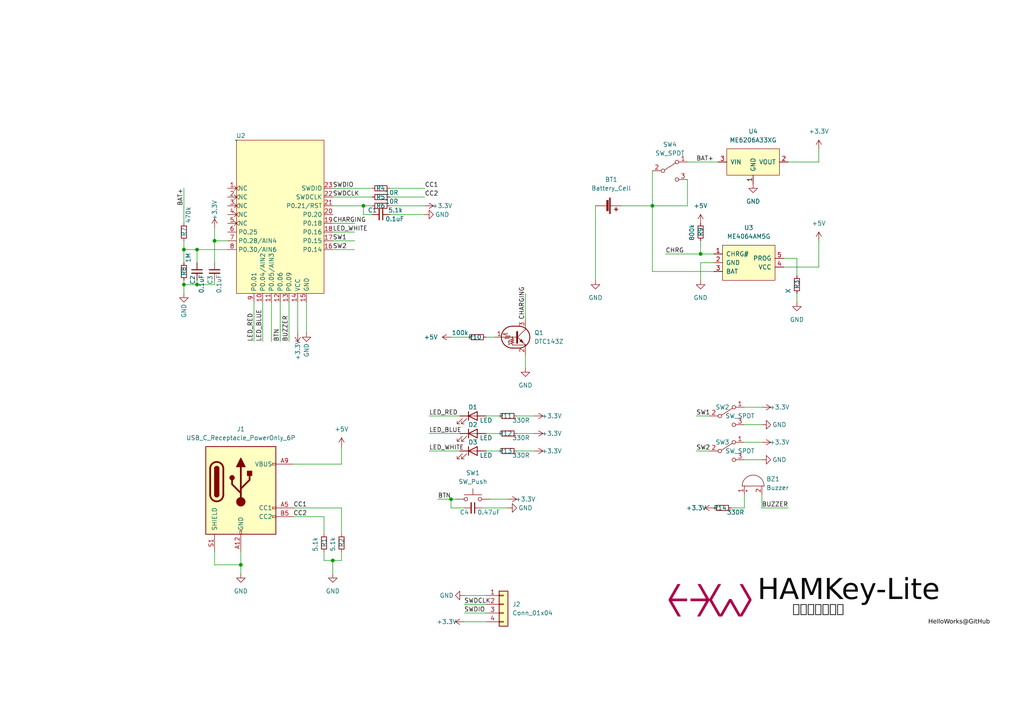
<source format=kicad_sch>
(kicad_sch (version 20230121) (generator eeschema)
  (paper "A4")
  (lib_symbols
    (symbol "Connector:USB_C_Receptacle_PowerOnly_6P" (pin_names (offset 1.016))
      (property "Reference" "J" (at 0 16.51 0))
      (property "Value" "USB_C_Receptacle_PowerOnly_6P" (at 0 13.97 0))
      (symbol "USB_C_Receptacle_PowerOnly_6P_0_0"
        (rectangle (start -0.254 -12.7) (end 0.254 -11.684))
        (rectangle (start 10.16 -7.366) (end 9.144 -7.874))
        (rectangle (start 10.16 -4.826) (end 9.144 -5.334))
        (rectangle (start 10.16 7.874) (end 9.144 7.366))
      )
      (symbol "USB_C_Receptacle_PowerOnly_6P_0_1"
        (rectangle (start -10.16 12.7) (end 10.16 -12.7) (stroke (width 0.254)) (fill (type background)))
        (arc (start -8.89 -1.27) (mid -6.985 -3.1667) (end -5.08 -1.27) (stroke (width 0.508)))
        (arc (start -7.62 -1.27) (mid -6.985 -1.9023) (end -6.35 -1.27) (stroke (width 0.254)))
        (arc (start -7.62 -1.27) (mid -6.985 -1.9023) (end -6.35 -1.27) (stroke (width 0.254)) (fill (type outline)))
        (rectangle (start -7.62 -1.27) (end -6.35 6.35) (stroke (width 0.254)) (fill (type outline)))
        (arc (start -6.35 6.35) (mid -6.985 6.9823) (end -7.62 6.35) (stroke (width 0.254)))
        (arc (start -6.35 6.35) (mid -6.985 6.9823) (end -7.62 6.35) (stroke (width 0.254)) (fill (type outline)))
        (arc (start -5.08 6.35) (mid -6.985 8.2467) (end -8.89 6.35) (stroke (width 0.508)))
        (circle (center -2.54 3.683) (radius 0.635) (stroke (width 0.254)) (fill (type outline)))
        (circle (center 0 -3.302) (radius 1.27) (fill (type outline)))
        (polyline (pts (xy -8.89 -1.27) (xy -8.89 6.35)) (stroke (width 0.508)))
        (polyline (pts (xy -5.08 6.35) (xy -5.08 -1.27)) (stroke (width 0.508)))
        (polyline (pts (xy 0 -3.302) (xy 0 6.858)) (stroke (width 0.508)))
        (polyline (pts (xy 0 -0.762) (xy -2.54 1.778) (xy -2.54 3.048)) (stroke (width 0.508)))
        (polyline (pts (xy 0 0.508) (xy 2.54 3.048) (xy 2.54 4.318)) (stroke (width 0.508)))
        (polyline (pts (xy -1.27 6.858) (xy 0 9.398) (xy 1.27 6.858) (xy -1.27 6.858)) (stroke (width 0.254)) (fill (type outline)))
        (rectangle (start 1.905 4.318) (end 3.175 5.588) (stroke (width 0.254)) (fill (type outline)))
      )
      (symbol "USB_C_Receptacle_PowerOnly_6P_1_1"
        (pin passive line (at 0 -17.78 90) (length 5.08) (name "GND") (number "A12"))
        (pin bidirectional line (at 15.24 -5.08 180) (length 5.08) (name "CC1") (number "A5"))
        (pin passive line (at 15.24 7.62 180) (length 5.08) (name "VBUS") (number "A9"))
        (pin passive line (at 0 -17.78 90) (length 5.08) hide (name "GND") (number "B12"))
        (pin bidirectional line (at 15.24 -7.62 180) (length 5.08) (name "CC2") (number "B5"))
        (pin passive line (at 15.24 7.62 180) (length 5.08) hide (name "VBUS") (number "B9"))
        (pin passive line (at -7.62 -17.78 90) (length 5.08) (name "SHIELD") (number "S1"))
      )
    )
    (symbol "Connector_Generic:Conn_01x04" (pin_names (offset 1.016) hide)
      (property "Reference" "J" (at 0 5.08 0))
      (property "Value" "Conn_01x04" (at 0 -7.62 0))
      (symbol "Conn_01x04_1_1"
        (rectangle (start -1.27 -4.953) (end 0 -5.207) (stroke (width 0.1524)))
        (rectangle (start -1.27 -2.413) (end 0 -2.667) (stroke (width 0.1524)))
        (rectangle (start -1.27 0.127) (end 0 -0.127) (stroke (width 0.1524)))
        (rectangle (start -1.27 2.667) (end 0 2.413) (stroke (width 0.1524)))
        (rectangle (start -1.27 3.81) (end 1.27 -6.35) (stroke (width 0.254)) (fill (type background)))
        (pin passive line (at -5.08 2.54 0) (length 3.81) (name "Pin_1") (number "1"))
        (pin passive line (at -5.08 0 0) (length 3.81) (name "Pin_2") (number "2"))
        (pin passive line (at -5.08 -2.54 0) (length 3.81) (name "Pin_3") (number "3"))
        (pin passive line (at -5.08 -5.08 0) (length 3.81) (name "Pin_4") (number "4"))
      )
    )
    (symbol "Device:Battery_Cell" (pin_numbers hide) (pin_names (offset 0) hide)
      (property "Reference" "BT" (at 2.54 2.54 0))
      (property "Value" "Battery_Cell" (at 2.54 0 0))
      (symbol "Battery_Cell_0_1"
        (rectangle (start -2.286 1.778) (end 2.286 1.524) (fill (type outline)))
        (rectangle (start -1.5748 1.1938) (end 1.4732 0.6858) (fill (type outline)))
        (polyline (pts (xy 0 0.762) (xy 0 0)))
        (polyline (pts (xy 0 1.778) (xy 0 2.54)))
        (polyline (pts (xy 0.508 3.429) (xy 1.524 3.429)) (stroke (width 0.254)))
        (polyline (pts (xy 1.016 3.937) (xy 1.016 2.921)) (stroke (width 0.254)))
      )
      (symbol "Battery_Cell_1_1"
        (pin passive line (at 0 5.08 270) (length 2.54) (name "+") (number "1"))
        (pin passive line (at 0 -2.54 90) (length 2.54) (name "-") (number "2"))
      )
    )
    (symbol "Device:Buzzer" (pin_names (offset 0.0254) hide)
      (property "Reference" "BZ" (at 3.81 1.27 0))
      (property "Value" "Buzzer" (at 3.81 -1.27 0))
      (symbol "Buzzer_0_1"
        (arc (start 0 -3.175) (mid 3.1612 0) (end 0 3.175))
        (polyline (pts (xy -1.651 1.905) (xy -1.143 1.905)))
        (polyline (pts (xy -1.397 2.159) (xy -1.397 1.651)))
        (polyline (pts (xy 0 3.175) (xy 0 -3.175)))
      )
      (symbol "Buzzer_1_1"
        (pin passive line (at -2.54 2.54 0) (length 2.54) (name "-") (number "1"))
        (pin passive line (at -2.54 -2.54 0) (length 2.54) (name "+") (number "2"))
      )
    )
    (symbol "Device:C_Small" (pin_numbers hide) (pin_names (offset 0.254) hide)
      (property "Reference" "C" (at 0.254 1.778 0))
      (property "Value" "C_Small" (at 0.254 -2.032 0))
      (symbol "C_Small_0_1"
        (polyline (pts (xy -1.524 -0.508) (xy 1.524 -0.508)) (stroke (width 0.3302)))
        (polyline (pts (xy -1.524 0.508) (xy 1.524 0.508)) (stroke (width 0.3048)))
      )
      (symbol "C_Small_1_1"
        (pin passive line (at 0 2.54 270) (length 2.032) (name "~") (number "1"))
        (pin passive line (at 0 -2.54 90) (length 2.032) (name "~") (number "2"))
      )
    )
    (symbol "Device:LED" (pin_numbers hide) (pin_names (offset 1.016) hide)
      (property "Reference" "D" (at 0 2.54 0))
      (property "Value" "LED" (at 0 -2.54 0))
      (symbol "LED_0_1"
        (polyline (pts (xy -1.27 -1.27) (xy -1.27 1.27)) (stroke (width 0.254)))
        (polyline (pts (xy -1.27 0) (xy 1.27 0)))
        (polyline (pts (xy 1.27 -1.27) (xy 1.27 1.27) (xy -1.27 0) (xy 1.27 -1.27)) (stroke (width 0.254)))
        (polyline (pts (xy -3.048 -0.762) (xy -4.572 -2.286) (xy -3.81 -2.286) (xy -4.572 -2.286) (xy -4.572 -1.524)))
        (polyline (pts (xy -1.778 -0.762) (xy -3.302 -2.286) (xy -2.54 -2.286) (xy -3.302 -2.286) (xy -3.302 -1.524)))
      )
      (symbol "LED_1_1"
        (pin passive line (at -3.81 0 0) (length 2.54) (name "K") (number "1"))
        (pin passive line (at 3.81 0 180) (length 2.54) (name "A") (number "2"))
      )
    )
    (symbol "Device:R_Small" (pin_numbers hide) (pin_names (offset 0.254) hide)
      (property "Reference" "R" (at 0.762 0.508 0))
      (property "Value" "R_Small" (at 0.762 -1.016 0))
      (symbol "R_Small_0_1"
        (rectangle (start -0.762 1.778) (end 0.762 -1.778) (stroke (width 0.2032)))
      )
      (symbol "R_Small_1_1"
        (pin passive line (at 0 2.54 270) (length 0.762) (name "~") (number "1"))
        (pin passive line (at 0 -2.54 90) (length 0.762) (name "~") (number "2"))
      )
    )
    (symbol "Switch:SW_Push" (pin_numbers hide) (pin_names (offset 1.016) hide)
      (property "Reference" "SW" (at 1.27 2.54 0))
      (property "Value" "SW_Push" (at 0 -1.524 0))
      (symbol "SW_Push_0_1"
        (circle (center -2.032 0) (radius 0.508))
        (polyline (pts (xy 0 1.27) (xy 0 3.048)))
        (polyline (pts (xy 2.54 1.27) (xy -2.54 1.27)))
        (circle (center 2.032 0) (radius 0.508))
        (pin passive line (at -5.08 0 0) (length 2.54) (name "1") (number "1"))
        (pin passive line (at 5.08 0 180) (length 2.54) (name "2") (number "2"))
      )
    )
    (symbol "Switch:SW_SPDT" (pin_names (offset 0) hide)
      (property "Reference" "SW" (at 0 4.318 0))
      (property "Value" "SW_SPDT" (at 0 -5.08 0))
      (symbol "SW_SPDT_0_0"
        (circle (center -2.032 0) (radius 0.508))
        (circle (center 2.032 -2.54) (radius 0.508))
      )
      (symbol "SW_SPDT_0_1"
        (polyline (pts (xy -1.524 0.254) (xy 1.651 2.286)))
        (circle (center 2.032 2.54) (radius 0.508))
      )
      (symbol "SW_SPDT_1_1"
        (pin passive line (at 5.08 2.54 180) (length 2.54) (name "A") (number "1"))
        (pin passive line (at -5.08 0 0) (length 2.54) (name "B") (number "2"))
        (pin passive line (at 5.08 -2.54 180) (length 2.54) (name "C") (number "3"))
      )
    )
    (symbol "Transistor_BJT:DTC143Z" (pin_names (offset 0) hide)
      (property "Reference" "Q" (at 5.08 1.905 0))
      (property "Value" "DTC143Z" (at 5.08 0 0))
      (symbol "DTC143Z_0_0"
        (text "47k" (at -2.159 -1.524 900) (effects (font (size 0.508 0.508))))
        (text "4k7" (at -3.302 0.889 0) (effects (font (size 0.508 0.508))))
      )
      (symbol "DTC143Z_0_1"
        (circle (center -1.27 0) (radius 0.127))
        (arc (start -1.27 3.175) (mid -4.4312 0) (end -1.27 -3.175) (stroke (width 0.254)))
        (polyline (pts (xy -3.429 0) (xy -3.81 0)))
        (polyline (pts (xy -1.27 -3.175) (xy 0.635 -3.175)) (stroke (width 0.254)))
        (polyline (pts (xy -1.27 3.175) (xy 0.635 3.175)) (stroke (width 0.254)))
        (polyline (pts (xy 0 -0.254) (xy 2.54 2.286)))
        (polyline (pts (xy 0.127 1.524) (xy 0.127 -1.651)) (stroke (width 0.508)) (fill (type outline)))
        (polyline (pts (xy 2.54 2.286) (xy 2.54 2.54)))
        (polyline (pts (xy 2.54 -2.286) (xy 0 0.254) (xy 0 0.254)))
        (polyline (pts (xy 0.889 -1.143) (xy 1.397 -0.635) (xy 1.905 -1.651) (xy 0.889 -1.143)) (fill (type outline)))
        (polyline (pts (xy 0 0) (xy -1.905 0) (xy -2.032 0.508) (xy -2.286 -0.508) (xy -2.54 0.508) (xy -2.794 -0.508) (xy -3.048 0.508) (xy -3.302 -0.508) (xy -3.429 0)))
        (polyline (pts (xy -1.27 0) (xy -1.27 -0.381) (xy -0.762 -0.508) (xy -1.778 -0.762) (xy -0.762 -1.016) (xy -1.778 -1.27) (xy -0.762 -1.524) (xy -1.778 -1.778) (xy -1.27 -1.905) (xy -1.27 -2.286) (xy 2.54 -2.286)))
        (arc (start 0.635 -3.175) (mid 3.7962 0) (end 0.635 3.175) (stroke (width 0.254)))
        (circle (center 2.54 -2.286) (radius 0.127))
      )
      (symbol "DTC143Z_1_1"
        (pin input line (at -6.35 0 0) (length 2.54) (name "B") (number "1"))
        (pin passive line (at 2.54 -5.08 90) (length 2.54) (name "E") (number "2"))
        (pin passive line (at 2.54 5.08 270) (length 2.54) (name "C") (number "3"))
      )
    )
    (symbol "nigh_Library:ME4064AM5G" (pin_names (offset 1.016))
      (property "Reference" "U" (at -7.62 6.35 0))
      (property "Value" "ME4064AM5G" (at 1.27 6.35 0))
      (symbol "ME4064AM5G_0_1"
        (rectangle (start -7.62 5.08) (end 7.62 -5.08) (fill (type background)))
      )
      (symbol "ME4064AM5G_1_1"
        (pin passive line (at -10.16 2.54 0) (length 2.54) (name "CHRG#") (number "1"))
        (pin passive line (at -10.16 0 0) (length 2.54) (name "GND") (number "2"))
        (pin passive line (at -10.16 -2.54 0) (length 2.54) (name "BAT") (number "3"))
        (pin passive line (at 10.16 -1.27 180) (length 2.54) (name "VCC") (number "4"))
        (pin passive line (at 10.16 1.27 180) (length 2.54) (name "PROG") (number "5"))
      )
    )
    (symbol "nigh_Library:ME6206A33XG" (pin_names (offset 1.016))
      (property "Reference" "U" (at -7.62 5.08 0))
      (property "Value" "ME6206A33XG" (at 7.62 -5.08 0))
      (symbol "ME6206A33XG_0_1"
        (rectangle (start -7.62 3.81) (end 7.62 -3.81) (fill (type background)))
      )
      (symbol "ME6206A33XG_1_1"
        (pin power_out line (at 0 -6.35 90) (length 2.54) (name "GND") (number "1"))
        (pin output line (at 10.16 0 180) (length 2.54) (name "VOUT") (number "2"))
        (pin input line (at -10.16 0 0) (length 2.54) (name "VIN") (number "3"))
      )
    )
    (symbol "nigh_Library:nRF52810_module"
      (property "Reference" "U" (at 1.27 1.27 0))
      (symbol "nRF52810_module_0_1"
        (rectangle (start 0 0) (end 25.4 -44.45) (fill (type background)))
      )
      (symbol "nRF52810_module_1_1"
        (pin bidirectional non_logic (at -2.54 -13.97 0) (length 2.54) (name "NC") (number "1"))
        (pin bidirectional line (at 7.62 -46.99 90) (length 2.54) (name "P0.04/AIN2") (number "10"))
        (pin bidirectional line (at 10.16 -46.99 90) (length 2.54) (name "P0.05/AIN3") (number "11"))
        (pin bidirectional line (at 12.7 -46.99 90) (length 2.54) (name "P0.06") (number "12"))
        (pin bidirectional line (at 15.24 -46.99 90) (length 2.54) (name "P0.09") (number "13"))
        (pin power_in line (at 17.78 -46.99 90) (length 2.54) (name "VCC") (number "14"))
        (pin power_out line (at 20.32 -46.99 90) (length 2.54) (name "GND") (number "15"))
        (pin bidirectional line (at 27.94 -31.75 180) (length 2.54) (name "P0.14") (number "16"))
        (pin bidirectional line (at 27.94 -29.21 180) (length 2.54) (name "P0.15") (number "17"))
        (pin bidirectional line (at 27.94 -26.67 180) (length 2.54) (name "P0.16") (number "18"))
        (pin bidirectional line (at 27.94 -24.13 180) (length 2.54) (name "P0.18") (number "19"))
        (pin bidirectional non_logic (at -2.54 -16.51 0) (length 2.54) (name "NC") (number "2"))
        (pin bidirectional line (at 27.94 -21.59 180) (length 2.54) (name "P0.20") (number "20"))
        (pin bidirectional line (at 27.94 -19.05 180) (length 2.54) (name "P0.21/RST") (number "21"))
        (pin bidirectional line (at 27.94 -16.51 180) (length 2.54) (name "SWDCLK") (number "22"))
        (pin bidirectional line (at 27.94 -13.97 180) (length 2.54) (name "SWDIO") (number "23"))
        (pin bidirectional non_logic (at -2.54 -19.05 0) (length 2.54) (name "NC") (number "3"))
        (pin bidirectional non_logic (at -2.54 -21.59 0) (length 2.54) (name "NC") (number "4"))
        (pin bidirectional non_logic (at -2.54 -24.13 0) (length 2.54) (name "NC") (number "5"))
        (pin bidirectional line (at -2.54 -26.67 0) (length 2.54) (name "P0.25") (number "6"))
        (pin bidirectional line (at -2.54 -29.21 0) (length 2.54) (name "P0.28/AIN4") (number "7"))
        (pin bidirectional line (at -2.54 -31.75 0) (length 2.54) (name "P0.30/AIN6") (number "8"))
        (pin bidirectional line (at 5.08 -46.99 90) (length 2.54) (name "P0.01") (number "9"))
      )
    )
    (symbol "power:+3.3V" (power) (pin_names (offset 0))
      (property "Value" "+3.3V" (at 0 3.556 0))
      (symbol "+3.3V_0_1"
        (polyline (pts (xy -0.762 1.27) (xy 0 2.54)))
        (polyline (pts (xy 0 0) (xy 0 2.54)))
        (polyline (pts (xy 0 2.54) (xy 0.762 1.27)))
      )
      (symbol "+3.3V_1_1"
        (pin power_in line (at 0 0 90) (length 0) hide (name "+3.3V") (number "1"))
      )
    )
    (symbol "power:+5V" (power) (pin_names (offset 0))
      (property "Value" "+5V" (at 0 3.556 0))
      (symbol "+5V_0_1"
        (polyline (pts (xy -0.762 1.27) (xy 0 2.54)))
        (polyline (pts (xy 0 0) (xy 0 2.54)))
        (polyline (pts (xy 0 2.54) (xy 0.762 1.27)))
      )
      (symbol "+5V_1_1"
        (pin power_in line (at 0 0 90) (length 0) hide (name "+5V") (number "1"))
      )
    )
    (symbol "power:GND" (power) (pin_names (offset 0))
      (property "Value" "GND" (at 0 -3.81 0))
      (symbol "GND_0_1"
        (polyline (pts (xy 0 0) (xy 0 -1.27) (xy 1.27 -1.27) (xy 0 -2.54) (xy -1.27 -1.27) (xy 0 -1.27)))
      )
      (symbol "GND_1_1"
        (pin power_in line (at 0 0 270) (length 0) hide (name "GND") (number "1"))
      )
    )
  )
  (junction (at 96.52 162.56))
  (junction (at 53.34 72.39))
  (junction (at 53.34 82.55))
  (junction (at 130.81 144.78))
  (junction (at 203.2 73.66))
  (junction (at 57.15 72.39))
  (junction (at 189.23 59.69))
  (junction (at 57.15 82.55))
  (junction (at 69.85 163.83))
  (junction (at 105.41 59.69))
  (junction (at 62.23 69.85))
  (wire (pts (xy 62.23 81.28) (xy 62.23 82.55)))
  (wire (pts (xy 62.23 163.83) (xy 69.85 163.83)))
  (wire (pts (xy 99.06 134.62) (xy 99.06 129.54)))
  (wire (pts (xy 134.62 175.26) (xy 140.97 175.26)))
  (wire (pts (xy 220.98 143.51) (xy 220.98 147.32)))
  (wire (pts (xy 69.85 160.02) (xy 69.85 163.83)))
  (wire (pts (xy 99.06 147.32) (xy 99.06 154.94)))
  (wire (pts (xy 140.97 130.81) (xy 144.78 130.81)))
  (wire (pts (xy 62.23 82.55) (xy 57.15 82.55)))
  (wire (pts (xy 57.15 81.28) (xy 57.15 82.55)))
  (wire (pts (xy 76.2 87.63) (xy 76.2 99.06)))
  (wire (pts (xy 130.81 144.78) (xy 132.08 144.78)))
  (wire (pts (xy 149.86 120.65) (xy 154.94 120.65)))
  (wire (pts (xy 96.52 64.77) (xy 102.87 64.77)))
  (wire (pts (xy 53.34 69.85) (xy 53.34 72.39)))
  (wire (pts (xy 62.23 160.02) (xy 62.23 163.83)))
  (wire (pts (xy 149.86 125.73) (xy 154.94 125.73)))
  (wire (pts (xy 105.41 59.69) (xy 105.41 62.23)))
  (wire (pts (xy 83.82 87.63) (xy 83.82 99.06)))
  (wire (pts (xy 57.15 72.39) (xy 66.04 72.39)))
  (wire (pts (xy 199.39 46.99) (xy 208.28 46.99)))
  (wire (pts (xy 69.85 163.83) (xy 69.85 166.37)))
  (wire (pts (xy 88.9 87.63) (xy 88.9 96.52)))
  (wire (pts (xy 93.98 162.56) (xy 96.52 162.56)))
  (wire (pts (xy 93.98 160.02) (xy 93.98 162.56)))
  (wire (pts (xy 57.15 82.55) (xy 53.34 82.55)))
  (wire (pts (xy 152.4 102.87) (xy 152.4 106.68)))
  (wire (pts (xy 99.06 160.02) (xy 99.06 162.56)))
  (wire (pts (xy 189.23 49.53) (xy 189.23 59.69)))
  (wire (pts (xy 105.41 59.69) (xy 107.95 59.69)))
  (wire (pts (xy 124.46 125.73) (xy 133.35 125.73)))
  (wire (pts (xy 86.36 87.63) (xy 86.36 96.52)))
  (wire (pts (xy 130.81 144.78) (xy 130.81 147.32)))
  (wire (pts (xy 231.14 74.93) (xy 231.14 80.01)))
  (wire (pts (xy 53.34 72.39) (xy 57.15 72.39)))
  (wire (pts (xy 212.09 147.32) (xy 215.9 147.32)))
  (wire (pts (xy 73.66 87.63) (xy 73.66 99.06)))
  (wire (pts (xy 227.33 74.93) (xy 231.14 74.93)))
  (wire (pts (xy 237.49 46.99) (xy 237.49 43.18)))
  (wire (pts (xy 53.34 72.39) (xy 53.34 76.2)))
  (wire (pts (xy 96.52 54.61) (xy 107.95 54.61)))
  (wire (pts (xy 201.93 130.81) (xy 205.74 130.81)))
  (wire (pts (xy 180.34 59.69) (xy 189.23 59.69)))
  (wire (pts (xy 237.49 69.85) (xy 237.49 77.47)))
  (wire (pts (xy 139.7 147.32) (xy 147.32 147.32)))
  (wire (pts (xy 53.34 81.28) (xy 53.34 82.55)))
  (wire (pts (xy 215.9 133.35) (xy 220.98 133.35)))
  (wire (pts (xy 93.98 149.86) (xy 93.98 154.94)))
  (wire (pts (xy 96.52 59.69) (xy 105.41 59.69)))
  (wire (pts (xy 193.04 73.66) (xy 203.2 73.66)))
  (wire (pts (xy 140.97 125.73) (xy 144.78 125.73)))
  (wire (pts (xy 81.28 87.63) (xy 81.28 99.06)))
  (wire (pts (xy 62.23 69.85) (xy 62.23 76.2)))
  (wire (pts (xy 124.46 130.81) (xy 133.35 130.81)))
  (wire (pts (xy 152.4 85.09) (xy 152.4 92.71)))
  (wire (pts (xy 231.14 85.09) (xy 231.14 87.63)))
  (wire (pts (xy 228.6 46.99) (xy 237.49 46.99)))
  (wire (pts (xy 85.09 134.62) (xy 99.06 134.62)))
  (wire (pts (xy 113.03 62.23) (xy 123.19 62.23)))
  (wire (pts (xy 124.46 120.65) (xy 133.35 120.65)))
  (wire (pts (xy 199.39 59.69) (xy 189.23 59.69)))
  (wire (pts (xy 203.2 76.2) (xy 203.2 81.28)))
  (wire (pts (xy 85.09 149.86) (xy 93.98 149.86)))
  (wire (pts (xy 207.01 76.2) (xy 203.2 76.2)))
  (wire (pts (xy 134.62 172.72) (xy 140.97 172.72)))
  (wire (pts (xy 199.39 52.07) (xy 199.39 59.69)))
  (wire (pts (xy 142.24 144.78) (xy 147.32 144.78)))
  (wire (pts (xy 99.06 162.56) (xy 96.52 162.56)))
  (wire (pts (xy 96.52 57.15) (xy 107.95 57.15)))
  (wire (pts (xy 96.52 72.39) (xy 102.87 72.39)))
  (wire (pts (xy 215.9 123.19) (xy 220.98 123.19)))
  (wire (pts (xy 140.97 97.79) (xy 143.51 97.79)))
  (wire (pts (xy 189.23 78.74) (xy 207.01 78.74)))
  (wire (pts (xy 130.81 147.32) (xy 134.62 147.32)))
  (wire (pts (xy 85.09 147.32) (xy 99.06 147.32)))
  (wire (pts (xy 237.49 77.47) (xy 227.33 77.47)))
  (wire (pts (xy 105.41 62.23) (xy 107.95 62.23)))
  (wire (pts (xy 127 144.78) (xy 130.81 144.78)))
  (wire (pts (xy 96.52 69.85) (xy 102.87 69.85)))
  (wire (pts (xy 215.9 128.27) (xy 220.98 128.27)))
  (wire (pts (xy 215.9 118.11) (xy 220.98 118.11)))
  (wire (pts (xy 189.23 59.69) (xy 189.23 78.74)))
  (wire (pts (xy 96.52 162.56) (xy 96.52 166.37)))
  (wire (pts (xy 57.15 72.39) (xy 57.15 76.2)))
  (wire (pts (xy 207.01 73.66) (xy 203.2 73.66)))
  (wire (pts (xy 130.81 97.79) (xy 135.89 97.79)))
  (wire (pts (xy 149.86 130.81) (xy 154.94 130.81)))
  (wire (pts (xy 113.03 54.61) (xy 123.19 54.61)))
  (wire (pts (xy 113.03 59.69) (xy 123.19 59.69)))
  (wire (pts (xy 96.52 67.31) (xy 102.87 67.31)))
  (wire (pts (xy 201.93 120.65) (xy 205.74 120.65)))
  (wire (pts (xy 62.23 66.04) (xy 62.23 69.85)))
  (wire (pts (xy 134.62 177.8) (xy 140.97 177.8)))
  (wire (pts (xy 78.74 87.63) (xy 78.74 99.06)))
  (wire (pts (xy 215.9 147.32) (xy 215.9 143.51)))
  (wire (pts (xy 140.97 120.65) (xy 144.78 120.65)))
  (wire (pts (xy 172.72 59.69) (xy 172.72 81.28)))
  (wire (pts (xy 113.03 57.15) (xy 123.19 57.15)))
  (wire (pts (xy 134.62 180.34) (xy 140.97 180.34)))
  (wire (pts (xy 53.34 54.61) (xy 53.34 64.77)))
  (wire (pts (xy 62.23 69.85) (xy 66.04 69.85)))
  (wire (pts (xy 53.34 82.55) (xy 53.34 85.09)))
  (wire (pts (xy 203.2 73.66) (xy 203.2 69.85)))
  (wire (pts (xy 220.98 147.32) (xy 228.6 147.32)))
  (image (at 205.74 173.99) (scale 0.759448))
  (text "蓝牙摩斯码键盘" (at 229.87 179.07 0) (effects (font (size 2.54 2.54)) (justify left bottom)))
  (text "HelloWorks@GitHub" (at 269.24 181.61 0) (effects (font (size 1.27 1.27)) (justify left bottom)))
  (text "HAMKey-Lite" (at 219.71 176.53 0) (effects (font (size 6 6)) (justify left bottom)))
  (label "LED_RED" (at 124.46 120.65 0))
  (label "CC2" (at 123.19 57.15 0))
  (label "CHARGING" (at 152.4 92.71 90))
  (label "CHRG" (at 193.04 73.66 0))
  (label "SW1" (at 96.52 69.85 0))
  (label "SWDCLK" (at 96.52 57.15 0))
  (label "BTN" (at 127 144.78 0))
  (label "SW2" (at 96.52 72.39 0))
  (label "BAT+" (at 53.34 59.69 90))
  (label "BTN" (at 81.28 99.06 90))
  (label "SWDIO" (at 134.62 177.8 0))
  (label "CC2" (at 85.09 149.86 0))
  (label "BUZZER" (at 83.82 99.06 90))
  (label "SW1" (at 201.93 120.65 0))
  (label "LED_BLUE" (at 76.2 99.06 90))
  (label "BUZZER" (at 228.6 147.32 180))
  (label "BAT+" (at 201.93 46.99 0))
  (label "LED_WHITE" (at 96.52 67.31 0))
  (label "LED_WHITE" (at 124.46 130.81 0))
  (label "CC1" (at 85.09 147.32 0))
  (label "LED_RED" (at 73.66 99.06 90))
  (label "SWDCLK" (at 134.62 175.26 0))
  (label "CC1" (at 123.19 54.61 0))
  (label "SW2" (at 201.93 130.81 0))
  (label "CHARGING" (at 96.52 64.77 0))
  (label "SWDIO" (at 96.52 54.61 0))
  (label "LED_BLUE" (at 124.46 125.73 0))
  (symbol (lib_id "Device:R_Small") (at 203.2 67.31 0) (unit 1)
    (property "Reference" "R9" (at 203.2 68.58 90) (effects (justify left)))
    (property "Value" "800k" (at 200.66 69.85 90) (effects (justify left)))
    (property "Footprint" "Resistor_SMD:R_0402_1005Metric_Pad0.72x0.64mm_HandSolder" (effects hide))
  )
  (symbol (lib_id "power:+3.3V") (at 154.94 130.81 270) (unit 1)
    (property "Reference" "#PWR023" (effects hide))
    (property "Value" "+3.3V" (at 160.02 130.81 90))
  )
  (symbol (lib_id "power:GND") (at 218.44 53.34 0) (unit 1)
    (property "Reference" "#PWR07" (effects hide))
    (property "Value" "GND" (at 218.44 58.42 0))
  )
  (symbol (lib_id "Device:LED") (at 137.16 120.65 0) (unit 1)
    (property "Reference" "D1" (at 137.16 118.11 0))
    (property "Value" "LED" (at 140.97 121.92 0))
  )
  (symbol (lib_id "power:+3.3V") (at 154.94 125.73 270) (unit 1)
    (property "Reference" "#PWR022" (effects hide))
    (property "Value" "+3.3V" (at 160.02 125.73 90))
  )
  (symbol (lib_id "Device:R_Small") (at 53.34 78.74 0) (unit 1)
    (property "Reference" "R8" (at 53.34 80.01 90) (effects (justify left)))
    (property "Value" "1M" (at 54.61 76.2 90) (effects (justify left)))
    (property "Footprint" "Resistor_SMD:R_0402_1005Metric_Pad0.72x0.64mm_HandSolder" (effects hide))
  )
  (symbol (lib_id "Device:R_Small") (at 110.49 54.61 90) (unit 1)
    (property "Reference" "R4" (at 111.76 54.61 90) (effects (justify left)))
    (property "Value" "10R" (at 115.57 55.88 90) (effects (justify left)))
    (property "Footprint" "Resistor_SMD:R_0402_1005Metric_Pad0.72x0.64mm_HandSolder" (effects hide))
  )
  (symbol (lib_id "Switch:SW_Push") (at 137.16 144.78 0) (unit 1)
    (property "Reference" "SW1" (at 137.16 137.16 0))
    (property "Value" "SW_Push" (at 137.16 139.7 0))
    (property "Footprint" "Button_Switch_Keyboard:SW_Cherry_MX_1.00u_PCB" (effects hide))
  )
  (symbol (lib_id "power:GND") (at 203.2 81.28 0) (unit 1)
    (property "Reference" "#PWR01" (effects hide))
    (property "Value" "GND" (at 203.2 86.36 0))
  )
  (symbol (lib_id "Device:R_Small") (at 93.98 157.48 0) (unit 1)
    (property "Reference" "R1" (at 93.98 158.75 90) (effects (justify left)))
    (property "Value" "5.1k" (at 91.44 160.02 90) (effects (justify left)))
    (property "Footprint" "Resistor_SMD:R_0402_1005Metric_Pad0.72x0.64mm_HandSolder" (effects hide))
  )
  (symbol (lib_id "power:GND") (at 69.85 166.37 0) (unit 1)
    (property "Reference" "#PWR03" (effects hide))
    (property "Value" "GND" (at 69.85 171.45 0))
  )
  (symbol (lib_id "power:+3.3V") (at 62.23 66.04 0) (unit 1)
    (property "Reference" "#PWR017" (effects hide))
    (property "Value" "+3.3V" (at 62.23 60.96 90))
  )
  (symbol (lib_id "power:GND") (at 123.19 62.23 90) (unit 1)
    (property "Reference" "#PWR015" (effects hide))
    (property "Value" "GND" (at 128.27 62.23 90))
  )
  (symbol (lib_id "Device:C_Small") (at 137.16 147.32 270) (unit 1)
    (property "Reference" "C4" (at 133.35 148.59 90) (effects (justify left)))
    (property "Value" "0.47uF" (at 138.43 148.59 90) (effects (justify left)))
    (property "Footprint" "Capacitor_SMD:C_0402_1005Metric_Pad0.74x0.62mm_HandSolder" (effects hide))
  )
  (symbol (lib_id "power:GND") (at 231.14 87.63 0) (unit 1)
    (property "Reference" "#PWR06" (effects hide))
    (property "Value" "GND" (at 231.14 92.71 0))
  )
  (symbol (lib_id "power:+3.3V") (at 237.49 43.18 0) (unit 1)
    (property "Reference" "#PWR08" (effects hide))
    (property "Value" "+3.3V" (at 237.49 38.1 0))
  )
  (symbol (lib_id "Device:R_Small") (at 110.49 59.69 90) (unit 1)
    (property "Reference" "R6" (at 111.76 59.69 90) (effects (justify left)))
    (property "Value" "5.1k" (at 116.84 60.96 90) (effects (justify left)))
    (property "Footprint" "Resistor_SMD:R_0402_1005Metric_Pad0.72x0.64mm_HandSolder" (effects hide))
  )
  (symbol (lib_id "Device:R_Small") (at 209.55 147.32 90) (unit 1)
    (property "Reference" "R14" (at 210.82 147.32 90) (effects (justify left)))
    (property "Value" "330R" (at 215.9 148.59 90) (effects (justify left)))
    (property "Footprint" "Resistor_SMD:R_0402_1005Metric_Pad0.72x0.64mm_HandSolder" (effects hide))
  )
  (symbol (lib_id "power:+3.3V") (at 123.19 59.69 270) (unit 1)
    (property "Reference" "#PWR014" (effects hide))
    (property "Value" "+3.3V" (at 128.27 59.69 90))
  )
  (symbol (lib_id "Device:LED") (at 137.16 130.81 0) (unit 1)
    (property "Reference" "D3" (at 137.16 128.27 0))
    (property "Value" "LED" (at 140.97 132.08 0))
  )
  (symbol (lib_id "Device:R_Small") (at 138.43 97.79 90) (unit 1)
    (property "Reference" "R10" (at 139.7 97.79 90) (effects (justify left)))
    (property "Value" "100k" (at 135.89 96.52 90) (effects (justify left)))
    (property "Footprint" "Resistor_SMD:R_0402_1005Metric_Pad0.72x0.64mm_HandSolder" (effects hide))
  )
  (symbol (lib_id "power:+3.3V") (at 220.98 118.11 270) (unit 1)
    (property "Reference" "#PWR026" (effects hide))
    (property "Value" "+3.3V" (at 226.06 118.11 90))
  )
  (symbol (lib_id "power:GND") (at 147.32 147.32 90) (unit 1)
    (property "Reference" "#PWR025" (effects hide))
    (property "Value" "GND" (at 152.4 147.32 90))
  )
  (symbol (lib_id "Device:R_Small") (at 147.32 120.65 90) (unit 1)
    (property "Reference" "R11" (at 148.59 120.65 90) (effects (justify left)))
    (property "Value" "330R" (at 153.67 121.92 90) (effects (justify left)))
    (property "Footprint" "Resistor_SMD:R_0402_1005Metric_Pad0.72x0.64mm_HandSolder" (effects hide))
  )
  (symbol (lib_id "power:GND") (at 172.72 81.28 0) (unit 1)
    (property "Reference" "#PWR011" (effects hide))
    (property "Value" "GND" (at 172.72 86.36 0))
  )
  (symbol (lib_id "power:+5V") (at 130.81 97.79 90) (unit 1)
    (property "Reference" "#PWR019" (effects hide))
    (property "Value" "+5V" (at 127 97.7899 90) (effects (justify left)))
  )
  (symbol (lib_id "power:+5V") (at 99.06 129.54 0) (unit 1)
    (property "Reference" "#PWR04" (effects hide))
    (property "Value" "+5V" (at 99.06 124.46 0))
  )
  (symbol (lib_id "power:GND") (at 220.98 133.35 90) (unit 1)
    (property "Reference" "#PWR028" (effects hide))
    (property "Value" "GND" (at 226.06 133.35 90))
  )
  (symbol (lib_id "Switch:SW_SPDT") (at 194.31 49.53 0) (unit 1)
    (property "Reference" "SW4" (at 194.31 41.91 0))
    (property "Value" "SW_SPDT" (at 194.31 44.45 0))
  )
  (symbol (lib_id "nigh_Library:ME6206A33XG") (at 218.44 46.99 0) (unit 1)
    (property "Reference" "U4" (at 218.44 38.1 0))
    (property "Value" "ME6206A33XG" (at 218.44 40.64 0))
  )
  (symbol (lib_id "power:+3.3V") (at 134.62 180.34 90) (unit 1)
    (property "Reference" "#PWR013" (effects hide))
    (property "Value" "+3.3V" (at 129.54 180.34 90))
  )
  (symbol (lib_id "power:GND") (at 88.9 96.52 0) (unit 1)
    (property "Reference" "#PWR010" (effects hide))
    (property "Value" "GND" (at 88.9 101.6 90))
  )
  (symbol (lib_id "power:GND") (at 152.4 106.68 0) (unit 1)
    (property "Reference" "#PWR020" (effects hide))
    (property "Value" "GND" (at 152.4 111.76 0))
  )
  (symbol (lib_id "nigh_Library:nRF52810_module") (at 68.58 40.64 0) (unit 1)
    (property "Reference" "U2" (at 69.85 39.37 0))
    (property "Value" "~" (at 68.58 40.64 0))
  )
  (symbol (lib_id "Device:R_Small") (at 147.32 125.73 90) (unit 1)
    (property "Reference" "R12" (at 148.59 125.73 90) (effects (justify left)))
    (property "Value" "330R" (at 153.67 127 90) (effects (justify left)))
    (property "Footprint" "Resistor_SMD:R_0402_1005Metric_Pad0.72x0.64mm_HandSolder" (effects hide))
  )
  (symbol (lib_id "power:GND") (at 96.52 166.37 0) (unit 1)
    (property "Reference" "#PWR02" (effects hide))
    (property "Value" "GND" (at 96.52 171.45 0))
  )
  (symbol (lib_id "Device:R_Small") (at 110.49 57.15 90) (unit 1)
    (property "Reference" "R5" (at 111.76 57.15 90) (effects (justify left)))
    (property "Value" "10R" (at 115.57 58.42 90) (effects (justify left)))
    (property "Footprint" "Resistor_SMD:R_0402_1005Metric_Pad0.72x0.64mm_HandSolder" (effects hide))
  )
  (symbol (lib_id "nigh_Library:ME4064AM5G") (at 217.17 76.2 0) (unit 1)
    (property "Reference" "U3" (at 217.17 66.04 0))
    (property "Value" "ME4064AM5G" (at 217.17 68.58 0))
  )
  (symbol (lib_id "Device:C_Small") (at 110.49 62.23 270) (unit 1)
    (property "Reference" "C1" (at 106.68 60.96 90) (effects (justify left)))
    (property "Value" "0.1uF" (at 111.76 63.5 90) (effects (justify left)))
    (property "Footprint" "Capacitor_SMD:C_0402_1005Metric_Pad0.74x0.62mm_HandSolder" (effects hide))
  )
  (symbol (lib_id "Device:C_Small") (at 57.15 78.74 0) (unit 1)
    (property "Reference" "C2" (at 55.88 82.55 90) (effects (justify left)))
    (property "Value" "0.1uF" (at 58.42 85.09 90) (effects (justify left)))
    (property "Footprint" "Capacitor_SMD:C_0402_1005Metric_Pad0.74x0.62mm_HandSolder" (effects hide))
  )
  (symbol (lib_id "power:+3.3V") (at 154.94 120.65 270) (unit 1)
    (property "Reference" "#PWR021" (effects hide))
    (property "Value" "+3.3V" (at 160.02 120.65 90))
  )
  (symbol (lib_id "power:+5V") (at 237.49 69.85 0) (unit 1)
    (property "Reference" "#PWR05" (effects hide))
    (property "Value" "+5V" (at 237.49 64.77 0))
  )
  (symbol (lib_id "Device:R_Small") (at 53.34 67.31 0) (unit 1)
    (property "Reference" "R7" (at 53.34 68.58 90) (effects (justify left)))
    (property "Value" "470k" (at 54.61 64.77 90) (effects (justify left)))
    (property "Footprint" "Resistor_SMD:R_0402_1005Metric_Pad0.72x0.64mm_HandSolder" (effects hide))
  )
  (symbol (lib_id "Connector_Generic:Conn_01x04") (at 146.05 175.26 0) (unit 1)
    (property "Reference" "J2" (at 148.59 175.2599 0) (effects (justify left)))
    (property "Value" "Conn_01x04" (at 148.59 177.7999 0) (effects (justify left)))
    (property "Footprint" "Connector_PinHeader_2.54mm:PinHeader_1x04_P2.54mm_Vertical" (effects hide))
  )
  (symbol (lib_id "power:+5V") (at 203.2 64.77 0) (unit 1)
    (property "Reference" "#PWR018" (effects hide))
    (property "Value" "+5V" (at 203.2 59.69 0))
  )
  (symbol (lib_id "Switch:SW_SPDT") (at 210.82 120.65 0) (unit 1)
    (property "Reference" "SW2" (at 209.55 118.11 0))
    (property "Value" "SW_SPDT" (at 214.63 120.65 0))
  )
  (symbol (lib_id "Device:Battery_Cell") (at 175.26 59.69 270) (unit 1)
    (property "Reference" "BT1" (at 177.292 52.07 90))
    (property "Value" "Battery_Cell" (at 177.292 54.61 90))
  )
  (symbol (lib_id "Device:Buzzer") (at 218.44 140.97 90) (unit 1)
    (property "Reference" "BZ1" (at 222.25 138.9448 90) (effects (justify right)))
    (property "Value" "Buzzer" (at 222.25 141.4848 90) (effects (justify right)))
  )
  (symbol (lib_id "power:GND") (at 134.62 172.72 270) (unit 1)
    (property "Reference" "#PWR012" (effects hide))
    (property "Value" "GND" (at 129.54 172.72 90))
  )
  (symbol (lib_id "power:GND") (at 53.34 85.09 0) (unit 1)
    (property "Reference" "#PWR016" (effects hide))
    (property "Value" "GND" (at 53.34 90.17 90))
  )
  (symbol (lib_id "Device:R_Small") (at 231.14 82.55 0) (unit 1)
    (property "Reference" "R3" (at 231.14 83.82 90) (effects (justify left)))
    (property "Value" "X" (at 228.6 85.09 90) (effects (justify left)))
    (property "Footprint" "Resistor_SMD:R_0402_1005Metric_Pad0.72x0.64mm_HandSolder" (effects hide))
  )
  (symbol (lib_id "power:GND") (at 220.98 123.19 90) (unit 1)
    (property "Reference" "#PWR027" (effects hide))
    (property "Value" "GND" (at 226.06 123.19 90))
  )
  (symbol (lib_id "Connector:USB_C_Receptacle_PowerOnly_6P") (at 69.85 142.24 0) (unit 1)
    (property "Reference" "J1" (at 69.85 124.46 0))
    (property "Value" "USB_C_Receptacle_PowerOnly_6P" (at 69.85 127 0))
    (property "Datasheet" "https://www.usb.org/sites/default/files/documents/usb_type-c.zip" (effects hide))
  )
  (symbol (lib_id "power:+3.3V") (at 207.01 147.32 90) (unit 1)
    (property "Reference" "#PWR030" (effects hide))
    (property "Value" "+3.3V" (at 201.93 147.32 90))
  )
  (symbol (lib_id "Transistor_BJT:DTC143Z") (at 149.86 97.79 0) (unit 1)
    (property "Reference" "Q1" (at 154.94 96.5199 0) (effects (justify left)))
    (property "Value" "DTC143Z" (at 154.94 99.0599 0) (effects (justify left)))
  )
  (symbol (lib_id "Device:R_Small") (at 147.32 130.81 90) (unit 1)
    (property "Reference" "R13" (at 148.59 130.81 90) (effects (justify left)))
    (property "Value" "330R" (at 153.67 132.08 90) (effects (justify left)))
    (property "Footprint" "Resistor_SMD:R_0402_1005Metric_Pad0.72x0.64mm_HandSolder" (effects hide))
  )
  (symbol (lib_id "power:+3.3V") (at 86.36 96.52 180) (unit 1)
    (property "Reference" "#PWR09" (effects hide))
    (property "Value" "+3.3V" (at 86.36 101.6 90))
  )
  (symbol (lib_id "Device:LED") (at 137.16 125.73 0) (unit 1)
    (property "Reference" "D2" (at 137.16 123.19 0))
    (property "Value" "LED" (at 140.97 127 0))
  )
  (symbol (lib_id "Switch:SW_SPDT") (at 210.82 130.81 0) (unit 1)
    (property "Reference" "SW3" (at 209.55 128.27 0))
    (property "Value" "SW_SPDT" (at 214.63 130.81 0))
  )
  (symbol (lib_id "Device:R_Small") (at 99.06 157.48 0) (unit 1)
    (property "Reference" "R2" (at 99.06 158.75 90) (effects (justify left)))
    (property "Value" "5.1k" (at 96.52 160.02 90) (effects (justify left)))
    (property "Footprint" "Resistor_SMD:R_0402_1005Metric_Pad0.72x0.64mm_HandSolder" (effects hide))
  )
  (symbol (lib_id "power:+3.3V") (at 147.32 144.78 270) (unit 1)
    (property "Reference" "#PWR024" (effects hide))
    (property "Value" "+3.3V" (at 152.4 144.78 90))
  )
  (symbol (lib_id "power:+3.3V") (at 220.98 128.27 270) (unit 1)
    (property "Reference" "#PWR029" (effects hide))
    (property "Value" "+3.3V" (at 226.06 128.27 90))
  )
  (symbol (lib_id "Device:C_Small") (at 62.23 78.74 0) (unit 1)
    (property "Reference" "C3" (at 60.96 82.55 90) (effects (justify left)))
    (property "Value" "0.1uF" (at 63.5 85.09 90) (effects (justify left)))
    (property "Footprint" "Capacitor_SMD:C_0402_1005Metric_Pad0.74x0.62mm_HandSolder" (effects hide))
  )
)
</source>
